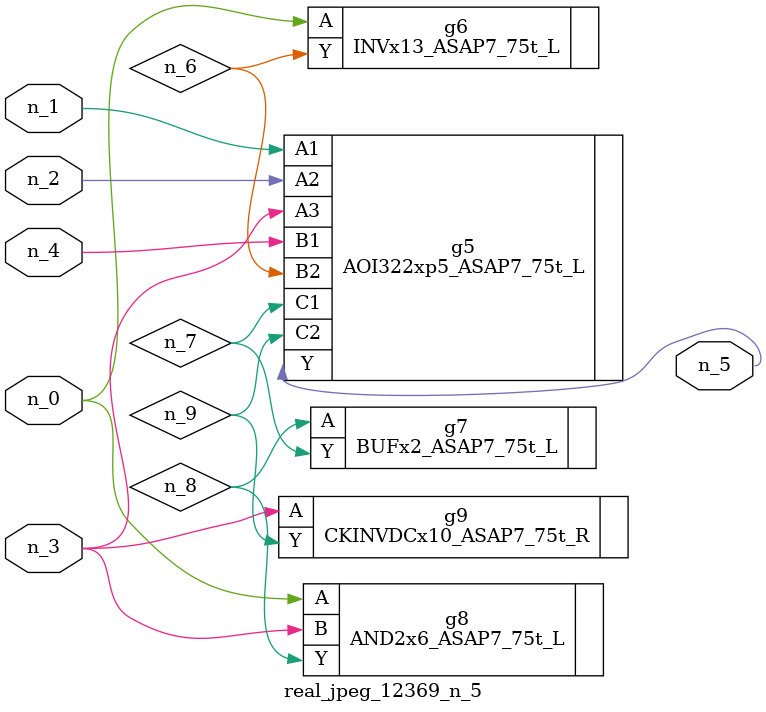
<source format=v>
module real_jpeg_12369_n_5 (n_4, n_0, n_1, n_2, n_3, n_5);

input n_4;
input n_0;
input n_1;
input n_2;
input n_3;

output n_5;

wire n_8;
wire n_6;
wire n_7;
wire n_9;

INVx13_ASAP7_75t_L g6 ( 
.A(n_0),
.Y(n_6)
);

AND2x6_ASAP7_75t_L g8 ( 
.A(n_0),
.B(n_3),
.Y(n_8)
);

AOI322xp5_ASAP7_75t_L g5 ( 
.A1(n_1),
.A2(n_2),
.A3(n_3),
.B1(n_4),
.B2(n_6),
.C1(n_7),
.C2(n_9),
.Y(n_5)
);

CKINVDCx10_ASAP7_75t_R g9 ( 
.A(n_3),
.Y(n_9)
);

BUFx2_ASAP7_75t_L g7 ( 
.A(n_8),
.Y(n_7)
);


endmodule
</source>
